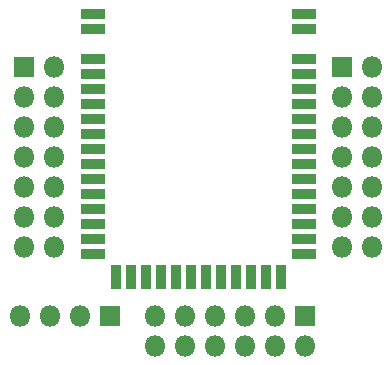
<source format=gts>
G04 #@! TF.GenerationSoftware,KiCad,Pcbnew,5.0.0-rc2-unknown-c49a439~65~ubuntu18.04.1*
G04 #@! TF.CreationDate,2018-05-29T22:21:52+02:00*
G04 #@! TF.ProjectId,E73_breakout,4537335F627265616B6F75742E6B6963,rev?*
G04 #@! TF.SameCoordinates,Original*
G04 #@! TF.FileFunction,Soldermask,Top*
G04 #@! TF.FilePolarity,Negative*
%FSLAX46Y46*%
G04 Gerber Fmt 4.6, Leading zero omitted, Abs format (unit mm)*
G04 Created by KiCad (PCBNEW 5.0.0-rc2-unknown-c49a439~65~ubuntu18.04.1) date Tue May 29 22:21:52 2018*
%MOMM*%
%LPD*%
G01*
G04 APERTURE LIST*
%ADD10O,1.801600X1.801600*%
%ADD11R,1.700000X1.700000*%
%ADD12R,2.100000X0.900000*%
%ADD13R,0.900000X2.100000*%
G04 APERTURE END LIST*
D10*
G04 #@! TO.C,J1*
X188317578Y-113556702D03*
X185777578Y-113556702D03*
X188317578Y-111016702D03*
X185777578Y-111016702D03*
X188317578Y-108476702D03*
X185777578Y-108476702D03*
X188317578Y-105936702D03*
X185777578Y-105936702D03*
X188317578Y-103396702D03*
X185777578Y-103396702D03*
X188317578Y-100856702D03*
X185777578Y-100856702D03*
X188317578Y-98316702D03*
D11*
X185777578Y-98316702D03*
G04 #@! TD*
G04 #@! TO.C,J2*
X212701578Y-98316702D03*
D10*
X215241578Y-98316702D03*
X212701578Y-100856702D03*
X215241578Y-100856702D03*
X212701578Y-103396702D03*
X215241578Y-103396702D03*
X212701578Y-105936702D03*
X215241578Y-105936702D03*
X212701578Y-108476702D03*
X215241578Y-108476702D03*
X212701578Y-111016702D03*
X215241578Y-111016702D03*
X212701578Y-113556702D03*
X215241578Y-113556702D03*
G04 #@! TD*
G04 #@! TO.C,J3*
X196850000Y-121920000D03*
X196850000Y-119380000D03*
X199390000Y-121920000D03*
X199390000Y-119380000D03*
X201930000Y-121920000D03*
X201930000Y-119380000D03*
X204470000Y-121920000D03*
X204470000Y-119380000D03*
X207010000Y-121920000D03*
X207010000Y-119380000D03*
X209550000Y-121920000D03*
D11*
X209550000Y-119380000D03*
G04 #@! TD*
D12*
G04 #@! TO.C,E73-2G4M04S*
X191564578Y-93846702D03*
X191564578Y-95116702D03*
X191564578Y-97656702D03*
X191564578Y-98926702D03*
X191564578Y-100196702D03*
X191564578Y-101466702D03*
X191564578Y-102736702D03*
X191564578Y-104006702D03*
X191564578Y-105276702D03*
X191564578Y-106546702D03*
X191564578Y-107816702D03*
X191564578Y-109086702D03*
X191564578Y-110356702D03*
X191564578Y-111626702D03*
X191564578Y-112896702D03*
X191564578Y-114166702D03*
X209464578Y-114166702D03*
X209464578Y-112896702D03*
X209464578Y-111626702D03*
X209464578Y-110356702D03*
X209464578Y-109086702D03*
X209464578Y-107816702D03*
X209464578Y-106546702D03*
X209464578Y-105276702D03*
X209464578Y-104006702D03*
X209464578Y-102736702D03*
X209464578Y-101466702D03*
X209464578Y-100196702D03*
X209464578Y-98926702D03*
X209464578Y-97656702D03*
X209464578Y-95116702D03*
X209464578Y-93846702D03*
D13*
X193529578Y-116116702D03*
X194799578Y-116116702D03*
X196069578Y-116116702D03*
X197339578Y-116116702D03*
X198609578Y-116116702D03*
X199879578Y-116116702D03*
X201149578Y-116116702D03*
X202419578Y-116116702D03*
X203689578Y-116116702D03*
X204959578Y-116116702D03*
X206229578Y-116116702D03*
X207499578Y-116116702D03*
G04 #@! TD*
D10*
G04 #@! TO.C,J4*
X185420000Y-119380000D03*
X187960000Y-119380000D03*
X190500000Y-119380000D03*
D11*
X193040000Y-119380000D03*
G04 #@! TD*
M02*

</source>
